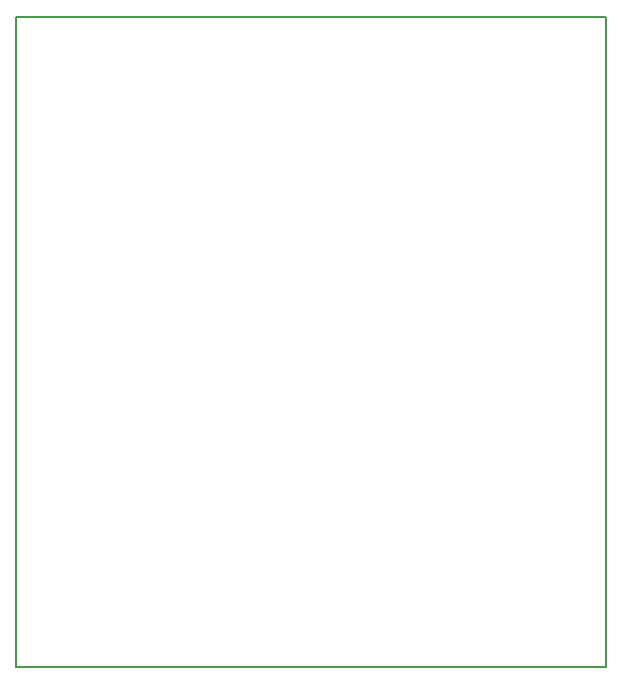
<source format=gm1>
G04 #@! TF.FileFunction,Profile,NP*
%FSLAX46Y46*%
G04 Gerber Fmt 4.6, Leading zero omitted, Abs format (unit mm)*
G04 Created by KiCad (PCBNEW 4.0.6) date 02/27/18 09:20:59*
%MOMM*%
%LPD*%
G01*
G04 APERTURE LIST*
%ADD10C,0.100000*%
%ADD11C,0.150000*%
G04 APERTURE END LIST*
D10*
D11*
X160000000Y-60000000D02*
X160000000Y-115000000D01*
X110000000Y-60000000D02*
X110000000Y-115000000D01*
X160000000Y-115000000D02*
X110000000Y-115000000D01*
X110000000Y-60000000D02*
X160000000Y-60000000D01*
M02*

</source>
